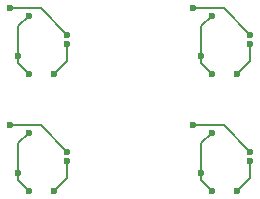
<source format=gbl>
G04 #@! TF.GenerationSoftware,KiCad,Pcbnew,7.0.10*
G04 #@! TF.CreationDate,2024-01-04T16:31:29+01:00*
G04 #@! TF.ProjectId,temperature-sensor-2x2,74656d70-6572-4617-9475-72652d73656e,rev?*
G04 #@! TF.SameCoordinates,Original*
G04 #@! TF.FileFunction,Copper,L2,Bot*
G04 #@! TF.FilePolarity,Positive*
%FSLAX46Y46*%
G04 Gerber Fmt 4.6, Leading zero omitted, Abs format (unit mm)*
G04 Created by KiCad (PCBNEW 7.0.10) date 2024-01-04 16:31:29*
%MOMM*%
%LPD*%
G01*
G04 APERTURE LIST*
G04 #@! TA.AperFunction,ViaPad*
%ADD10C,0.600000*%
G04 #@! TD*
G04 #@! TA.AperFunction,Conductor*
%ADD11C,0.200000*%
G04 #@! TD*
G04 APERTURE END LIST*
D10*
X142900000Y-31550000D03*
X138050000Y-29335000D03*
X141800000Y-34865000D03*
X142900000Y-32350000D03*
X139640000Y-29955000D03*
X139640000Y-34865000D03*
X138750000Y-33325000D03*
X153550000Y-29335000D03*
X158400000Y-31550000D03*
X158400000Y-32350000D03*
X157300000Y-34865000D03*
X155140000Y-34865000D03*
X155140000Y-29955000D03*
X154250000Y-33325000D03*
X138050000Y-39235000D03*
X142900000Y-41450000D03*
X141800000Y-44765000D03*
X142900000Y-42250000D03*
X139640000Y-39855000D03*
X138750000Y-43225000D03*
X139640000Y-44765000D03*
X153550000Y-39235000D03*
X158400000Y-41450000D03*
X158400000Y-42250000D03*
X157300000Y-44765000D03*
X155140000Y-44765000D03*
X154250000Y-43225000D03*
X155140000Y-39855000D03*
D11*
X140685000Y-29335000D02*
X138050000Y-29335000D01*
X142900000Y-31550000D02*
X140685000Y-29335000D01*
X142900000Y-33765000D02*
X141800000Y-34865000D01*
X142900000Y-32350000D02*
X142900000Y-33765000D01*
X138750000Y-33975000D02*
X139640000Y-34865000D01*
X138750000Y-30845000D02*
X139640000Y-29955000D01*
X138750000Y-33325000D02*
X138750000Y-33975000D01*
X138750000Y-33325000D02*
X138750000Y-30845000D01*
X156185000Y-29335000D02*
X153550000Y-29335000D01*
X158400000Y-31550000D02*
X156185000Y-29335000D01*
X158400000Y-32350000D02*
X158400000Y-33765000D01*
X158400000Y-33765000D02*
X157300000Y-34865000D01*
X154250000Y-33325000D02*
X154250000Y-33975000D01*
X154250000Y-33975000D02*
X155140000Y-34865000D01*
X154250000Y-33325000D02*
X154250000Y-30845000D01*
X154250000Y-30845000D02*
X155140000Y-29955000D01*
X142900000Y-41450000D02*
X140685000Y-39235000D01*
X140685000Y-39235000D02*
X138050000Y-39235000D01*
X142900000Y-42250000D02*
X142900000Y-43665000D01*
X142900000Y-43665000D02*
X141800000Y-44765000D01*
X138750000Y-40745000D02*
X139640000Y-39855000D01*
X138750000Y-43225000D02*
X138750000Y-43875000D01*
X138750000Y-43875000D02*
X139640000Y-44765000D01*
X138750000Y-43225000D02*
X138750000Y-40745000D01*
X158400000Y-41450000D02*
X156185000Y-39235000D01*
X156185000Y-39235000D02*
X153550000Y-39235000D01*
X158400000Y-42250000D02*
X158400000Y-43665000D01*
X158400000Y-43665000D02*
X157300000Y-44765000D01*
X154250000Y-43875000D02*
X155140000Y-44765000D01*
X154250000Y-43225000D02*
X154250000Y-43875000D01*
X154250000Y-43225000D02*
X154250000Y-40745000D01*
X154250000Y-40745000D02*
X155140000Y-39855000D01*
M02*

</source>
